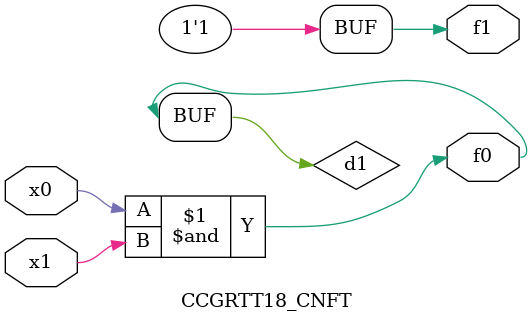
<source format=v>
module CCGRTT18_CNFT(
	input x0, x1,
	output f0, f1
);

	wire d1;

	assign f0 = d1;
	and (d1, x0, x1);
	assign f1 = 1'b1;
endmodule

</source>
